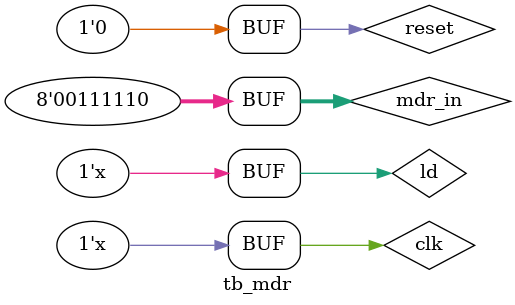
<source format=v>

module tb_mdr;
	//Inputs
	reg reset;
	reg clk;
	reg ld;
	reg [7:0] mdr_in;
		
	//Outputs
	wire [7:0] mdr_out;
	
	//UUT
	mdr U1 (
		.reset(reset),
		.clk(clk),
		.ld(ld),
		.mdr_in(mdr_in),
		.mdr_out(mdr_out)
	);
	
	
	initial begin 
		//Initialize 
		reset = 1;
		clk = 0;
		ld = 0;
		mdr_in = 0 ;
		
		#2 reset = 0;
					
		//Simulation 
		#5 mdr_in = 0000_0010;
		#5 mdr_in = 1101_0110;
		#5 mdr_in = 0010_0001;
		#5 mdr_in = 0101_0101;
		#5 mdr_in = 0000_0000;
		#5 mdr_in = 1101_0110;
		#5 mdr_in = 0000_0010;
		#5 mdr_in = 1101_0110;
	end  
	
	always begin
		#1 clk = ~clk;
	end
	
	always begin
		#6 ld = ~ld;
	end
	
		
endmodule 

</source>
